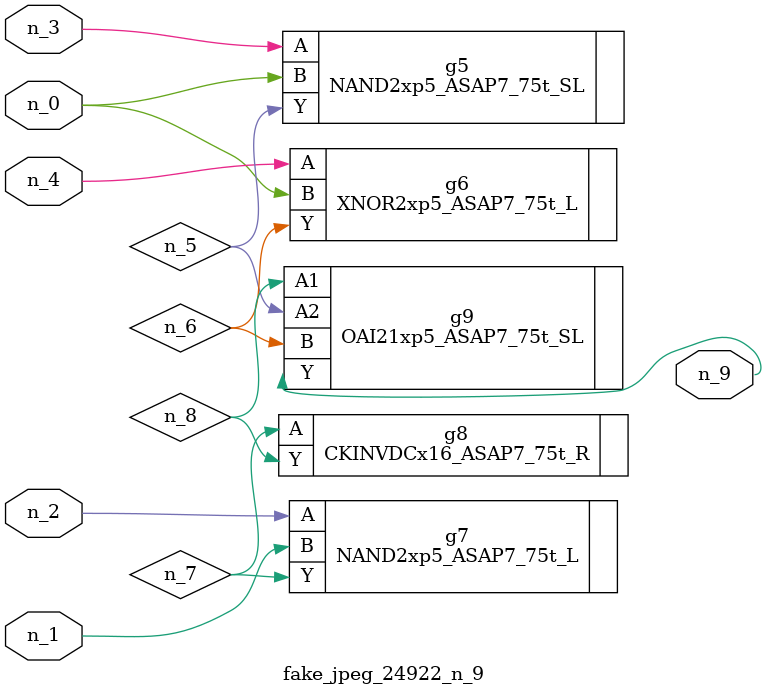
<source format=v>
module fake_jpeg_24922_n_9 (n_3, n_2, n_1, n_0, n_4, n_9);

input n_3;
input n_2;
input n_1;
input n_0;
input n_4;

output n_9;

wire n_8;
wire n_6;
wire n_5;
wire n_7;

NAND2xp5_ASAP7_75t_SL g5 ( 
.A(n_3),
.B(n_0),
.Y(n_5)
);

XNOR2xp5_ASAP7_75t_L g6 ( 
.A(n_4),
.B(n_0),
.Y(n_6)
);

NAND2xp5_ASAP7_75t_L g7 ( 
.A(n_2),
.B(n_1),
.Y(n_7)
);

CKINVDCx16_ASAP7_75t_R g8 ( 
.A(n_7),
.Y(n_8)
);

OAI21xp5_ASAP7_75t_SL g9 ( 
.A1(n_8),
.A2(n_5),
.B(n_6),
.Y(n_9)
);


endmodule
</source>
